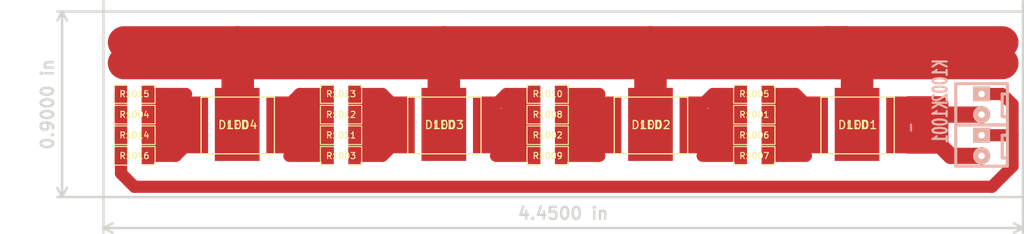
<source format=kicad_pcb>
(kicad_pcb (version 3) (host pcbnew "(2013-05-31 BZR 4019)-stable")

  (general
    (links 39)
    (no_connects 1)
    (area 184.469613 117.979744 239.329387 142.7353)
    (thickness 1.6)
    (drawings 2)
    (tracks 193)
    (zones 0)
    (modules 22)
    (nets 10)
  )

  (page A3)
  (layers
    (15 Dessus.Cu signal)
    (0 Dessous.Cu signal)
    (16 Dessous.Adhes user)
    (17 Dessus.Adhes user)
    (18 Dessous.Pate user)
    (19 Dessus.Pate user)
    (20 Dessous.SilkS user)
    (21 Dessus.SilkS user)
    (22 Dessous.Masque user)
    (23 Dessus.Masque user)
    (24 Dessin.User user)
    (25 Cmts.User user)
    (26 Eco1.User user)
    (27 Eco2.User user)
    (28 Contours.Ci user)
  )

  (setup
    (last_trace_width 4)
    (user_trace_width 1)
    (user_trace_width 1.5)
    (user_trace_width 2)
    (user_trace_width 3)
    (user_trace_width 4)
    (user_trace_width 6)
    (user_trace_width 8)
    (user_trace_width 10)
    (trace_clearance 0.254)
    (zone_clearance 0.508)
    (zone_45_only no)
    (trace_min 0.254)
    (segment_width 0.2)
    (edge_width 0.1)
    (via_size 0.889)
    (via_drill 0.635)
    (via_min_size 0.889)
    (via_min_drill 0.508)
    (uvia_size 0.508)
    (uvia_drill 0.127)
    (uvias_allowed no)
    (uvia_min_size 0.508)
    (uvia_min_drill 0.127)
    (pcb_text_width 0.3)
    (pcb_text_size 1.5 1.5)
    (mod_edge_width 0.15)
    (mod_text_size 1 1)
    (mod_text_width 0.15)
    (pad_size 5.5 9)
    (pad_drill 0)
    (pad_to_mask_clearance 0)
    (aux_axis_origin 0 0)
    (visible_elements 7FFFFFFF)
    (pcbplotparams
      (layerselection 3178497)
      (usegerberextensions true)
      (excludeedgelayer true)
      (linewidth 0.150000)
      (plotframeref false)
      (viasonmask false)
      (mode 1)
      (useauxorigin false)
      (hpglpennumber 1)
      (hpglpenspeed 20)
      (hpglpendiameter 15)
      (hpglpenoverlay 2)
      (psnegative false)
      (psa4output false)
      (plotreference true)
      (plotvalue true)
      (plotothertext true)
      (plotinvisibletext false)
      (padsonsilk false)
      (subtractmaskfromsilk false)
      (outputformat 1)
      (mirror false)
      (drillshape 1)
      (scaleselection 1)
      (outputdirectory ""))
  )

  (net 0 "")
  (net 1 GND)
  (net 2 N-000001)
  (net 3 N-000002)
  (net 4 N-000003)
  (net 5 N-000004)
  (net 6 N-000005)
  (net 7 N-000006)
  (net 8 N-000007)
  (net 9 N-000008)

  (net_class Default "Ceci est la Netclass par défaut"
    (clearance 0.254)
    (trace_width 0.254)
    (via_dia 0.889)
    (via_drill 0.635)
    (uvia_dia 0.508)
    (uvia_drill 0.127)
    (add_net "")
    (add_net GND)
    (add_net N-000001)
    (add_net N-000002)
    (add_net N-000003)
    (add_net N-000004)
    (add_net N-000005)
    (add_net N-000006)
    (add_net N-000007)
    (add_net N-000008)
  )

  (module SM1206 (layer Dessus.Cu) (tedit 51D4483D) (tstamp 51D33196)
    (at 215.9 132.08 180)
    (path /51D32E72)
    (attr smd)
    (fp_text reference R1009 (at 0 0 180) (layer Dessus.SilkS)
      (effects (font (size 0.762 0.762) (thickness 0.127)))
    )
    (fp_text value R (at 0 0 180) (layer Dessus.SilkS) hide
      (effects (font (size 0.762 0.762) (thickness 0.127)))
    )
    (fp_line (start -2.54 -1.143) (end -2.54 1.143) (layer Dessus.SilkS) (width 0.127))
    (fp_line (start -2.54 1.143) (end -0.889 1.143) (layer Dessus.SilkS) (width 0.127))
    (fp_line (start 0.889 -1.143) (end 2.54 -1.143) (layer Dessus.SilkS) (width 0.127))
    (fp_line (start 2.54 -1.143) (end 2.54 1.143) (layer Dessus.SilkS) (width 0.127))
    (fp_line (start 2.54 1.143) (end 0.889 1.143) (layer Dessus.SilkS) (width 0.127))
    (fp_line (start -0.889 -1.143) (end -2.54 -1.143) (layer Dessus.SilkS) (width 0.127))
    (pad 1 smd rect (at -1.651 0 180) (size 1.524 2.032)
      (layers Dessus.Cu Dessus.Pate Dessus.Masque)
      (net 3 N-000002)
    )
    (pad 2 smd rect (at 1.651 0 180) (size 1.524 2.032)
      (layers Dessus.Cu Dessus.Pate Dessus.Masque)
      (net 2 N-000001)
    )
    (model smd/chip_cms.wrl
      (at (xyz 0 0 0))
      (scale (xyz 0.17 0.16 0.16))
      (rotate (xyz 0 0 0))
    )
  )

  (module SM1206 (layer Dessus.Cu) (tedit 42806E24) (tstamp 51D331A2)
    (at 165.1 129.54 180)
    (path /51D32EAE)
    (attr smd)
    (fp_text reference R1014 (at 0 0 180) (layer Dessus.SilkS)
      (effects (font (size 0.762 0.762) (thickness 0.127)))
    )
    (fp_text value R (at 0 0 180) (layer Dessus.SilkS) hide
      (effects (font (size 0.762 0.762) (thickness 0.127)))
    )
    (fp_line (start -2.54 -1.143) (end -2.54 1.143) (layer Dessus.SilkS) (width 0.127))
    (fp_line (start -2.54 1.143) (end -0.889 1.143) (layer Dessus.SilkS) (width 0.127))
    (fp_line (start 0.889 -1.143) (end 2.54 -1.143) (layer Dessus.SilkS) (width 0.127))
    (fp_line (start 2.54 -1.143) (end 2.54 1.143) (layer Dessus.SilkS) (width 0.127))
    (fp_line (start 2.54 1.143) (end 0.889 1.143) (layer Dessus.SilkS) (width 0.127))
    (fp_line (start -0.889 -1.143) (end -2.54 -1.143) (layer Dessus.SilkS) (width 0.127))
    (pad 1 smd rect (at -1.651 0 180) (size 1.524 2.032)
      (layers Dessus.Cu Dessus.Pate Dessus.Masque)
      (net 6 N-000005)
    )
    (pad 2 smd rect (at 1.651 0 180) (size 1.524 2.032)
      (layers Dessus.Cu Dessus.Pate Dessus.Masque)
      (net 9 N-000008)
    )
    (model smd/chip_cms.wrl
      (at (xyz 0 0 0))
      (scale (xyz 0.17 0.16 0.16))
      (rotate (xyz 0 0 0))
    )
  )

  (module SM1206 (layer Dessus.Cu) (tedit 42806E24) (tstamp 51D331AE)
    (at 165.1 124.46 180)
    (path /51D32EA8)
    (attr smd)
    (fp_text reference R1015 (at 0 0 180) (layer Dessus.SilkS)
      (effects (font (size 0.762 0.762) (thickness 0.127)))
    )
    (fp_text value R (at 0 0 180) (layer Dessus.SilkS) hide
      (effects (font (size 0.762 0.762) (thickness 0.127)))
    )
    (fp_line (start -2.54 -1.143) (end -2.54 1.143) (layer Dessus.SilkS) (width 0.127))
    (fp_line (start -2.54 1.143) (end -0.889 1.143) (layer Dessus.SilkS) (width 0.127))
    (fp_line (start 0.889 -1.143) (end 2.54 -1.143) (layer Dessus.SilkS) (width 0.127))
    (fp_line (start 2.54 -1.143) (end 2.54 1.143) (layer Dessus.SilkS) (width 0.127))
    (fp_line (start 2.54 1.143) (end 0.889 1.143) (layer Dessus.SilkS) (width 0.127))
    (fp_line (start -0.889 -1.143) (end -2.54 -1.143) (layer Dessus.SilkS) (width 0.127))
    (pad 1 smd rect (at -1.651 0 180) (size 1.524 2.032)
      (layers Dessus.Cu Dessus.Pate Dessus.Masque)
      (net 6 N-000005)
    )
    (pad 2 smd rect (at 1.651 0 180) (size 1.524 2.032)
      (layers Dessus.Cu Dessus.Pate Dessus.Masque)
      (net 9 N-000008)
    )
    (model smd/chip_cms.wrl
      (at (xyz 0 0 0))
      (scale (xyz 0.17 0.16 0.16))
      (rotate (xyz 0 0 0))
    )
  )

  (module SM1206 (layer Dessus.Cu) (tedit 42806E24) (tstamp 51D331BA)
    (at 165.1 132.08 180)
    (path /51D32EA2)
    (attr smd)
    (fp_text reference R1016 (at 0 0 180) (layer Dessus.SilkS)
      (effects (font (size 0.762 0.762) (thickness 0.127)))
    )
    (fp_text value R (at 0 0 180) (layer Dessus.SilkS) hide
      (effects (font (size 0.762 0.762) (thickness 0.127)))
    )
    (fp_line (start -2.54 -1.143) (end -2.54 1.143) (layer Dessus.SilkS) (width 0.127))
    (fp_line (start -2.54 1.143) (end -0.889 1.143) (layer Dessus.SilkS) (width 0.127))
    (fp_line (start 0.889 -1.143) (end 2.54 -1.143) (layer Dessus.SilkS) (width 0.127))
    (fp_line (start 2.54 -1.143) (end 2.54 1.143) (layer Dessus.SilkS) (width 0.127))
    (fp_line (start 2.54 1.143) (end 0.889 1.143) (layer Dessus.SilkS) (width 0.127))
    (fp_line (start -0.889 -1.143) (end -2.54 -1.143) (layer Dessus.SilkS) (width 0.127))
    (pad 1 smd rect (at -1.651 0 180) (size 1.524 2.032)
      (layers Dessus.Cu Dessus.Pate Dessus.Masque)
      (net 6 N-000005)
    )
    (pad 2 smd rect (at 1.651 0 180) (size 1.524 2.032)
      (layers Dessus.Cu Dessus.Pate Dessus.Masque)
      (net 9 N-000008)
    )
    (model smd/chip_cms.wrl
      (at (xyz 0 0 0))
      (scale (xyz 0.17 0.16 0.16))
      (rotate (xyz 0 0 0))
    )
  )

  (module SM1206 (layer Dessus.Cu) (tedit 42806E24) (tstamp 51D331C6)
    (at 190.5 129.54 180)
    (path /51D32E9C)
    (attr smd)
    (fp_text reference R1011 (at 0 0 180) (layer Dessus.SilkS)
      (effects (font (size 0.762 0.762) (thickness 0.127)))
    )
    (fp_text value R (at 0 0 180) (layer Dessus.SilkS) hide
      (effects (font (size 0.762 0.762) (thickness 0.127)))
    )
    (fp_line (start -2.54 -1.143) (end -2.54 1.143) (layer Dessus.SilkS) (width 0.127))
    (fp_line (start -2.54 1.143) (end -0.889 1.143) (layer Dessus.SilkS) (width 0.127))
    (fp_line (start 0.889 -1.143) (end 2.54 -1.143) (layer Dessus.SilkS) (width 0.127))
    (fp_line (start 2.54 -1.143) (end 2.54 1.143) (layer Dessus.SilkS) (width 0.127))
    (fp_line (start 2.54 1.143) (end 0.889 1.143) (layer Dessus.SilkS) (width 0.127))
    (fp_line (start -0.889 -1.143) (end -2.54 -1.143) (layer Dessus.SilkS) (width 0.127))
    (pad 1 smd rect (at -1.651 0 180) (size 1.524 2.032)
      (layers Dessus.Cu Dessus.Pate Dessus.Masque)
      (net 8 N-000007)
    )
    (pad 2 smd rect (at 1.651 0 180) (size 1.524 2.032)
      (layers Dessus.Cu Dessus.Pate Dessus.Masque)
      (net 7 N-000006)
    )
    (model smd/chip_cms.wrl
      (at (xyz 0 0 0))
      (scale (xyz 0.17 0.16 0.16))
      (rotate (xyz 0 0 0))
    )
  )

  (module SM1206 (layer Dessus.Cu) (tedit 42806E24) (tstamp 51D331D2)
    (at 241.3 124.46 180)
    (path /51D32E96)
    (attr smd)
    (fp_text reference R1005 (at 0 0 180) (layer Dessus.SilkS)
      (effects (font (size 0.762 0.762) (thickness 0.127)))
    )
    (fp_text value R (at 0 0 180) (layer Dessus.SilkS) hide
      (effects (font (size 0.762 0.762) (thickness 0.127)))
    )
    (fp_line (start -2.54 -1.143) (end -2.54 1.143) (layer Dessus.SilkS) (width 0.127))
    (fp_line (start -2.54 1.143) (end -0.889 1.143) (layer Dessus.SilkS) (width 0.127))
    (fp_line (start 0.889 -1.143) (end 2.54 -1.143) (layer Dessus.SilkS) (width 0.127))
    (fp_line (start 2.54 -1.143) (end 2.54 1.143) (layer Dessus.SilkS) (width 0.127))
    (fp_line (start 2.54 1.143) (end 0.889 1.143) (layer Dessus.SilkS) (width 0.127))
    (fp_line (start -0.889 -1.143) (end -2.54 -1.143) (layer Dessus.SilkS) (width 0.127))
    (pad 1 smd rect (at -1.651 0 180) (size 1.524 2.032)
      (layers Dessus.Cu Dessus.Pate Dessus.Masque)
      (net 4 N-000003)
    )
    (pad 2 smd rect (at 1.651 0 180) (size 1.524 2.032)
      (layers Dessus.Cu Dessus.Pate Dessus.Masque)
      (net 5 N-000004)
    )
    (model smd/chip_cms.wrl
      (at (xyz 0 0 0))
      (scale (xyz 0.17 0.16 0.16))
      (rotate (xyz 0 0 0))
    )
  )

  (module SM1206 (layer Dessus.Cu) (tedit 42806E24) (tstamp 51D331DE)
    (at 241.3 129.54 180)
    (path /51D32E90)
    (attr smd)
    (fp_text reference R1006 (at 0 0 180) (layer Dessus.SilkS)
      (effects (font (size 0.762 0.762) (thickness 0.127)))
    )
    (fp_text value R (at 0 0 180) (layer Dessus.SilkS) hide
      (effects (font (size 0.762 0.762) (thickness 0.127)))
    )
    (fp_line (start -2.54 -1.143) (end -2.54 1.143) (layer Dessus.SilkS) (width 0.127))
    (fp_line (start -2.54 1.143) (end -0.889 1.143) (layer Dessus.SilkS) (width 0.127))
    (fp_line (start 0.889 -1.143) (end 2.54 -1.143) (layer Dessus.SilkS) (width 0.127))
    (fp_line (start 2.54 -1.143) (end 2.54 1.143) (layer Dessus.SilkS) (width 0.127))
    (fp_line (start 2.54 1.143) (end 0.889 1.143) (layer Dessus.SilkS) (width 0.127))
    (fp_line (start -0.889 -1.143) (end -2.54 -1.143) (layer Dessus.SilkS) (width 0.127))
    (pad 1 smd rect (at -1.651 0 180) (size 1.524 2.032)
      (layers Dessus.Cu Dessus.Pate Dessus.Masque)
      (net 4 N-000003)
    )
    (pad 2 smd rect (at 1.651 0 180) (size 1.524 2.032)
      (layers Dessus.Cu Dessus.Pate Dessus.Masque)
      (net 5 N-000004)
    )
    (model smd/chip_cms.wrl
      (at (xyz 0 0 0))
      (scale (xyz 0.17 0.16 0.16))
      (rotate (xyz 0 0 0))
    )
  )

  (module SM1206 (layer Dessus.Cu) (tedit 42806E24) (tstamp 51D331EA)
    (at 241.3 132.08 180)
    (path /51D32E8A)
    (attr smd)
    (fp_text reference R1007 (at 0 0 180) (layer Dessus.SilkS)
      (effects (font (size 0.762 0.762) (thickness 0.127)))
    )
    (fp_text value R (at 0 0 180) (layer Dessus.SilkS) hide
      (effects (font (size 0.762 0.762) (thickness 0.127)))
    )
    (fp_line (start -2.54 -1.143) (end -2.54 1.143) (layer Dessus.SilkS) (width 0.127))
    (fp_line (start -2.54 1.143) (end -0.889 1.143) (layer Dessus.SilkS) (width 0.127))
    (fp_line (start 0.889 -1.143) (end 2.54 -1.143) (layer Dessus.SilkS) (width 0.127))
    (fp_line (start 2.54 -1.143) (end 2.54 1.143) (layer Dessus.SilkS) (width 0.127))
    (fp_line (start 2.54 1.143) (end 0.889 1.143) (layer Dessus.SilkS) (width 0.127))
    (fp_line (start -0.889 -1.143) (end -2.54 -1.143) (layer Dessus.SilkS) (width 0.127))
    (pad 1 smd rect (at -1.651 0 180) (size 1.524 2.032)
      (layers Dessus.Cu Dessus.Pate Dessus.Masque)
      (net 4 N-000003)
    )
    (pad 2 smd rect (at 1.651 0 180) (size 1.524 2.032)
      (layers Dessus.Cu Dessus.Pate Dessus.Masque)
      (net 5 N-000004)
    )
    (model smd/chip_cms.wrl
      (at (xyz 0 0 0))
      (scale (xyz 0.17 0.16 0.16))
      (rotate (xyz 0 0 0))
    )
  )

  (module SM1206 (layer Dessus.Cu) (tedit 42806E24) (tstamp 51D331F6)
    (at 190.5 127 180)
    (path /51D32E84)
    (attr smd)
    (fp_text reference R1012 (at 0 0 180) (layer Dessus.SilkS)
      (effects (font (size 0.762 0.762) (thickness 0.127)))
    )
    (fp_text value R (at 0 0 180) (layer Dessus.SilkS) hide
      (effects (font (size 0.762 0.762) (thickness 0.127)))
    )
    (fp_line (start -2.54 -1.143) (end -2.54 1.143) (layer Dessus.SilkS) (width 0.127))
    (fp_line (start -2.54 1.143) (end -0.889 1.143) (layer Dessus.SilkS) (width 0.127))
    (fp_line (start 0.889 -1.143) (end 2.54 -1.143) (layer Dessus.SilkS) (width 0.127))
    (fp_line (start 2.54 -1.143) (end 2.54 1.143) (layer Dessus.SilkS) (width 0.127))
    (fp_line (start 2.54 1.143) (end 0.889 1.143) (layer Dessus.SilkS) (width 0.127))
    (fp_line (start -0.889 -1.143) (end -2.54 -1.143) (layer Dessus.SilkS) (width 0.127))
    (pad 1 smd rect (at -1.651 0 180) (size 1.524 2.032)
      (layers Dessus.Cu Dessus.Pate Dessus.Masque)
      (net 8 N-000007)
    )
    (pad 2 smd rect (at 1.651 0 180) (size 1.524 2.032)
      (layers Dessus.Cu Dessus.Pate Dessus.Masque)
      (net 7 N-000006)
    )
    (model smd/chip_cms.wrl
      (at (xyz 0 0 0))
      (scale (xyz 0.17 0.16 0.16))
      (rotate (xyz 0 0 0))
    )
  )

  (module SM1206 (layer Dessus.Cu) (tedit 42806E24) (tstamp 51D33202)
    (at 190.5 124.46 180)
    (path /51D32E7E)
    (attr smd)
    (fp_text reference R1013 (at 0 0 180) (layer Dessus.SilkS)
      (effects (font (size 0.762 0.762) (thickness 0.127)))
    )
    (fp_text value R (at 0 0 180) (layer Dessus.SilkS) hide
      (effects (font (size 0.762 0.762) (thickness 0.127)))
    )
    (fp_line (start -2.54 -1.143) (end -2.54 1.143) (layer Dessus.SilkS) (width 0.127))
    (fp_line (start -2.54 1.143) (end -0.889 1.143) (layer Dessus.SilkS) (width 0.127))
    (fp_line (start 0.889 -1.143) (end 2.54 -1.143) (layer Dessus.SilkS) (width 0.127))
    (fp_line (start 2.54 -1.143) (end 2.54 1.143) (layer Dessus.SilkS) (width 0.127))
    (fp_line (start 2.54 1.143) (end 0.889 1.143) (layer Dessus.SilkS) (width 0.127))
    (fp_line (start -0.889 -1.143) (end -2.54 -1.143) (layer Dessus.SilkS) (width 0.127))
    (pad 1 smd rect (at -1.651 0 180) (size 1.524 2.032)
      (layers Dessus.Cu Dessus.Pate Dessus.Masque)
      (net 8 N-000007)
    )
    (pad 2 smd rect (at 1.651 0 180) (size 1.524 2.032)
      (layers Dessus.Cu Dessus.Pate Dessus.Masque)
      (net 7 N-000006)
    )
    (model smd/chip_cms.wrl
      (at (xyz 0 0 0))
      (scale (xyz 0.17 0.16 0.16))
      (rotate (xyz 0 0 0))
    )
  )

  (module SM1206 (layer Dessus.Cu) (tedit 42806E24) (tstamp 51D3320E)
    (at 215.9 127 180)
    (path /51D32E78)
    (attr smd)
    (fp_text reference R1008 (at 0 0 180) (layer Dessus.SilkS)
      (effects (font (size 0.762 0.762) (thickness 0.127)))
    )
    (fp_text value R (at 0 0 180) (layer Dessus.SilkS) hide
      (effects (font (size 0.762 0.762) (thickness 0.127)))
    )
    (fp_line (start -2.54 -1.143) (end -2.54 1.143) (layer Dessus.SilkS) (width 0.127))
    (fp_line (start -2.54 1.143) (end -0.889 1.143) (layer Dessus.SilkS) (width 0.127))
    (fp_line (start 0.889 -1.143) (end 2.54 -1.143) (layer Dessus.SilkS) (width 0.127))
    (fp_line (start 2.54 -1.143) (end 2.54 1.143) (layer Dessus.SilkS) (width 0.127))
    (fp_line (start 2.54 1.143) (end 0.889 1.143) (layer Dessus.SilkS) (width 0.127))
    (fp_line (start -0.889 -1.143) (end -2.54 -1.143) (layer Dessus.SilkS) (width 0.127))
    (pad 1 smd rect (at -1.651 0 180) (size 1.524 2.032)
      (layers Dessus.Cu Dessus.Pate Dessus.Masque)
      (net 3 N-000002)
    )
    (pad 2 smd rect (at 1.651 0 180) (size 1.524 2.032)
      (layers Dessus.Cu Dessus.Pate Dessus.Masque)
      (net 2 N-000001)
    )
    (model smd/chip_cms.wrl
      (at (xyz 0 0 0))
      (scale (xyz 0.17 0.16 0.16))
      (rotate (xyz 0 0 0))
    )
  )

  (module SM1206 (layer Dessus.Cu) (tedit 42806E24) (tstamp 51D3321A)
    (at 215.9 124.46 180)
    (path /51D32E65)
    (attr smd)
    (fp_text reference R1010 (at 0 0 180) (layer Dessus.SilkS)
      (effects (font (size 0.762 0.762) (thickness 0.127)))
    )
    (fp_text value R (at 0 0 180) (layer Dessus.SilkS) hide
      (effects (font (size 0.762 0.762) (thickness 0.127)))
    )
    (fp_line (start -2.54 -1.143) (end -2.54 1.143) (layer Dessus.SilkS) (width 0.127))
    (fp_line (start -2.54 1.143) (end -0.889 1.143) (layer Dessus.SilkS) (width 0.127))
    (fp_line (start 0.889 -1.143) (end 2.54 -1.143) (layer Dessus.SilkS) (width 0.127))
    (fp_line (start 2.54 -1.143) (end 2.54 1.143) (layer Dessus.SilkS) (width 0.127))
    (fp_line (start 2.54 1.143) (end 0.889 1.143) (layer Dessus.SilkS) (width 0.127))
    (fp_line (start -0.889 -1.143) (end -2.54 -1.143) (layer Dessus.SilkS) (width 0.127))
    (pad 1 smd rect (at -1.651 0 180) (size 1.524 2.032)
      (layers Dessus.Cu Dessus.Pate Dessus.Masque)
      (net 3 N-000002)
    )
    (pad 2 smd rect (at 1.651 0 180) (size 1.524 2.032)
      (layers Dessus.Cu Dessus.Pate Dessus.Masque)
      (net 2 N-000001)
    )
    (model smd/chip_cms.wrl
      (at (xyz 0 0 0))
      (scale (xyz 0.17 0.16 0.16))
      (rotate (xyz 0 0 0))
    )
  )

  (module SM1206 (layer Dessus.Cu) (tedit 42806E24) (tstamp 51D33226)
    (at 165.1 127 180)
    (path /51D1D75A)
    (attr smd)
    (fp_text reference R1004 (at 0 0 180) (layer Dessus.SilkS)
      (effects (font (size 0.762 0.762) (thickness 0.127)))
    )
    (fp_text value R (at 0 0 180) (layer Dessus.SilkS) hide
      (effects (font (size 0.762 0.762) (thickness 0.127)))
    )
    (fp_line (start -2.54 -1.143) (end -2.54 1.143) (layer Dessus.SilkS) (width 0.127))
    (fp_line (start -2.54 1.143) (end -0.889 1.143) (layer Dessus.SilkS) (width 0.127))
    (fp_line (start 0.889 -1.143) (end 2.54 -1.143) (layer Dessus.SilkS) (width 0.127))
    (fp_line (start 2.54 -1.143) (end 2.54 1.143) (layer Dessus.SilkS) (width 0.127))
    (fp_line (start 2.54 1.143) (end 0.889 1.143) (layer Dessus.SilkS) (width 0.127))
    (fp_line (start -0.889 -1.143) (end -2.54 -1.143) (layer Dessus.SilkS) (width 0.127))
    (pad 1 smd rect (at -1.651 0 180) (size 1.524 2.032)
      (layers Dessus.Cu Dessus.Pate Dessus.Masque)
      (net 6 N-000005)
    )
    (pad 2 smd rect (at 1.651 0 180) (size 1.524 2.032)
      (layers Dessus.Cu Dessus.Pate Dessus.Masque)
      (net 9 N-000008)
    )
    (model smd/chip_cms.wrl
      (at (xyz 0 0 0))
      (scale (xyz 0.17 0.16 0.16))
      (rotate (xyz 0 0 0))
    )
  )

  (module SM1206 (layer Dessus.Cu) (tedit 42806E24) (tstamp 51D33232)
    (at 190.5 132.08 180)
    (path /51D1D72D)
    (attr smd)
    (fp_text reference R1003 (at 0 0 180) (layer Dessus.SilkS)
      (effects (font (size 0.762 0.762) (thickness 0.127)))
    )
    (fp_text value R (at 0 0 180) (layer Dessus.SilkS) hide
      (effects (font (size 0.762 0.762) (thickness 0.127)))
    )
    (fp_line (start -2.54 -1.143) (end -2.54 1.143) (layer Dessus.SilkS) (width 0.127))
    (fp_line (start -2.54 1.143) (end -0.889 1.143) (layer Dessus.SilkS) (width 0.127))
    (fp_line (start 0.889 -1.143) (end 2.54 -1.143) (layer Dessus.SilkS) (width 0.127))
    (fp_line (start 2.54 -1.143) (end 2.54 1.143) (layer Dessus.SilkS) (width 0.127))
    (fp_line (start 2.54 1.143) (end 0.889 1.143) (layer Dessus.SilkS) (width 0.127))
    (fp_line (start -0.889 -1.143) (end -2.54 -1.143) (layer Dessus.SilkS) (width 0.127))
    (pad 1 smd rect (at -1.651 0 180) (size 1.524 2.032)
      (layers Dessus.Cu Dessus.Pate Dessus.Masque)
      (net 8 N-000007)
    )
    (pad 2 smd rect (at 1.651 0 180) (size 1.524 2.032)
      (layers Dessus.Cu Dessus.Pate Dessus.Masque)
      (net 7 N-000006)
    )
    (model smd/chip_cms.wrl
      (at (xyz 0 0 0))
      (scale (xyz 0.17 0.16 0.16))
      (rotate (xyz 0 0 0))
    )
  )

  (module SM1206 (layer Dessus.Cu) (tedit 42806E24) (tstamp 51D3323E)
    (at 215.9 129.54 180)
    (path /51D1D71E)
    (attr smd)
    (fp_text reference R1002 (at 0 0 180) (layer Dessus.SilkS)
      (effects (font (size 0.762 0.762) (thickness 0.127)))
    )
    (fp_text value R (at 0 0 180) (layer Dessus.SilkS) hide
      (effects (font (size 0.762 0.762) (thickness 0.127)))
    )
    (fp_line (start -2.54 -1.143) (end -2.54 1.143) (layer Dessus.SilkS) (width 0.127))
    (fp_line (start -2.54 1.143) (end -0.889 1.143) (layer Dessus.SilkS) (width 0.127))
    (fp_line (start 0.889 -1.143) (end 2.54 -1.143) (layer Dessus.SilkS) (width 0.127))
    (fp_line (start 2.54 -1.143) (end 2.54 1.143) (layer Dessus.SilkS) (width 0.127))
    (fp_line (start 2.54 1.143) (end 0.889 1.143) (layer Dessus.SilkS) (width 0.127))
    (fp_line (start -0.889 -1.143) (end -2.54 -1.143) (layer Dessus.SilkS) (width 0.127))
    (pad 1 smd rect (at -1.651 0 180) (size 1.524 2.032)
      (layers Dessus.Cu Dessus.Pate Dessus.Masque)
      (net 3 N-000002)
    )
    (pad 2 smd rect (at 1.651 0 180) (size 1.524 2.032)
      (layers Dessus.Cu Dessus.Pate Dessus.Masque)
      (net 2 N-000001)
    )
    (model smd/chip_cms.wrl
      (at (xyz 0 0 0))
      (scale (xyz 0.17 0.16 0.16))
      (rotate (xyz 0 0 0))
    )
  )

  (module SM1206 (layer Dessus.Cu) (tedit 42806E24) (tstamp 51D3324A)
    (at 241.3 127 180)
    (path /51D1D70F)
    (attr smd)
    (fp_text reference R1001 (at 0 0 180) (layer Dessus.SilkS)
      (effects (font (size 0.762 0.762) (thickness 0.127)))
    )
    (fp_text value R (at 0 0 180) (layer Dessus.SilkS) hide
      (effects (font (size 0.762 0.762) (thickness 0.127)))
    )
    (fp_line (start -2.54 -1.143) (end -2.54 1.143) (layer Dessus.SilkS) (width 0.127))
    (fp_line (start -2.54 1.143) (end -0.889 1.143) (layer Dessus.SilkS) (width 0.127))
    (fp_line (start 0.889 -1.143) (end 2.54 -1.143) (layer Dessus.SilkS) (width 0.127))
    (fp_line (start 2.54 -1.143) (end 2.54 1.143) (layer Dessus.SilkS) (width 0.127))
    (fp_line (start 2.54 1.143) (end 0.889 1.143) (layer Dessus.SilkS) (width 0.127))
    (fp_line (start -0.889 -1.143) (end -2.54 -1.143) (layer Dessus.SilkS) (width 0.127))
    (pad 1 smd rect (at -1.651 0 180) (size 1.524 2.032)
      (layers Dessus.Cu Dessus.Pate Dessus.Masque)
      (net 4 N-000003)
    )
    (pad 2 smd rect (at 1.651 0 180) (size 1.524 2.032)
      (layers Dessus.Cu Dessus.Pate Dessus.Masque)
      (net 5 N-000004)
    )
    (model smd/chip_cms.wrl
      (at (xyz 0 0 0))
      (scale (xyz 0.17 0.16 0.16))
      (rotate (xyz 0 0 0))
    )
  )

  (module KK-2 (layer Dessous.Cu) (tedit 4B844130) (tstamp 51D33334)
    (at 269.24 127 90)
    (descr "Connecteur 4 pibs")
    (tags "CONN DEV")
    (path /51D1D7F0)
    (fp_text reference K1002 (at 4.191 -5.08 90) (layer Dessous.SilkS)
      (effects (font (size 1.73482 1.08712) (thickness 0.27178)) (justify mirror))
    )
    (fp_text value CONN_2 (at -5.08 5.08 90) (layer Dessous.SilkS) hide
      (effects (font (size 1.524 1.016) (thickness 0.3048)) (justify mirror))
    )
    (fp_line (start -0.254 2.54) (end -0.254 3.048) (layer Dessous.SilkS) (width 0.381))
    (fp_line (start -1.27 3.175) (end 3.81 3.175) (layer Dessous.SilkS) (width 0.381))
    (fp_line (start -1.27 3.175) (end -1.27 -3.175) (layer Dessous.SilkS) (width 0.381))
    (fp_line (start -1.27 -3.175) (end 3.175 -3.175) (layer Dessous.SilkS) (width 0.381))
    (fp_line (start 3.175 -3.175) (end 3.81 -3.175) (layer Dessous.SilkS) (width 0.381))
    (fp_line (start 2.54 2.54) (end -0.254 2.54) (layer Dessous.SilkS) (width 0.381))
    (fp_line (start 2.54 2.54) (end 2.54 3.175) (layer Dessous.SilkS) (width 0.381))
    (fp_line (start 3.81 3.175) (end 3.81 -3.175) (layer Dessous.SilkS) (width 0.381))
    (pad 1 thru_hole rect (at 2.54 0 90) (size 1.80086 2.10058) (drill 0.8001)
      (layers *.Cu *.Mask Dessous.SilkS)
      (net 9 N-000008)
    )
    (pad 2 thru_hole circle (at 0 0 90) (size 2.10058 2.10058) (drill 0.8001)
      (layers *.Cu *.Mask Dessous.SilkS)
      (net 1 GND)
    )
    (model ../../git-f4deb-cen-electronic-library/wings/KK-2.wrl
      (at (xyz 0 0 0))
      (scale (xyz 1 1 1))
      (rotate (xyz 0 0 0))
    )
  )

  (module KK-2 (layer Dessous.Cu) (tedit 4B844130) (tstamp 51D33342)
    (at 269.24 132.08 90)
    (descr "Connecteur 4 pibs")
    (tags "CONN DEV")
    (path /51D1D74B)
    (fp_text reference K1001 (at 4.191 -5.08 90) (layer Dessous.SilkS)
      (effects (font (size 1.73482 1.08712) (thickness 0.27178)) (justify mirror))
    )
    (fp_text value CONN_2 (at -5.08 5.08 90) (layer Dessous.SilkS) hide
      (effects (font (size 1.524 1.016) (thickness 0.3048)) (justify mirror))
    )
    (fp_line (start -0.254 2.54) (end -0.254 3.048) (layer Dessous.SilkS) (width 0.381))
    (fp_line (start -1.27 3.175) (end 3.81 3.175) (layer Dessous.SilkS) (width 0.381))
    (fp_line (start -1.27 3.175) (end -1.27 -3.175) (layer Dessous.SilkS) (width 0.381))
    (fp_line (start -1.27 -3.175) (end 3.175 -3.175) (layer Dessous.SilkS) (width 0.381))
    (fp_line (start 3.175 -3.175) (end 3.81 -3.175) (layer Dessous.SilkS) (width 0.381))
    (fp_line (start 2.54 2.54) (end -0.254 2.54) (layer Dessous.SilkS) (width 0.381))
    (fp_line (start 2.54 2.54) (end 2.54 3.175) (layer Dessous.SilkS) (width 0.381))
    (fp_line (start 3.81 3.175) (end 3.81 -3.175) (layer Dessous.SilkS) (width 0.381))
    (pad 1 thru_hole rect (at 2.54 0 90) (size 1.80086 2.10058) (drill 0.8001)
      (layers *.Cu *.Mask Dessous.SilkS)
      (net 9 N-000008)
    )
    (pad 2 thru_hole circle (at 0 0 90) (size 2.10058 2.10058) (drill 0.8001)
      (layers *.Cu *.Mask Dessous.SilkS)
      (net 1 GND)
    )
    (model ../../git-f4deb-cen-electronic-library/wings/KK-2.wrl
      (at (xyz 0 0 0))
      (scale (xyz 1 1 1))
      (rotate (xyz 0 0 0))
    )
  )

  (module LED-CMS-1W (layer Dessus.Cu) (tedit 51D44AAD) (tstamp 51D33326)
    (at 177.8 128.27 180)
    (path /51D1D6E2)
    (fp_text reference D1004 (at 0 0 180) (layer Dessus.SilkS)
      (effects (font (size 1 1) (thickness 0.15)))
    )
    (fp_text value LED (at 0 0 180) (layer Dessus.SilkS)
      (effects (font (size 1 1) (thickness 0.15)))
    )
    (fp_line (start -4.5085 -3.556) (end 4.5085 -3.556) (layer Dessus.SilkS) (width 0.15))
    (fp_line (start 4.5085 -3.556) (end 4.5085 3.429) (layer Dessus.SilkS) (width 0.15))
    (fp_line (start 4.5085 3.429) (end -4.5085 3.429) (layer Dessus.SilkS) (width 0.15))
    (fp_line (start -4.5085 3.429) (end -4.5085 -3.556) (layer Dessus.SilkS) (width 0.15))
    (pad 1 smd rect (at -5.0165 0 180) (size 3 7)
      (layers Dessus.Cu Dessus.Pate Dessus.Masque)
      (net 7 N-000006)
    )
    (pad 2 smd rect (at 5.1435 0 180) (size 3 7)
      (layers Dessus.Cu Dessus.Pate Dessus.Masque)
      (net 6 N-000005)
    )
    (pad 3 smd rect (at 0.0635 0.0635 180) (size 5.5 9)
      (layers Dessus.Cu Dessus.Pate Dessus.Masque)
      (net 1 GND)
    )
    (model ../../git-f4deb-cen-electronic-library/wings/LED-CMS-1W.wrl
      (at (xyz 0 0 0))
      (scale (xyz 1 1 1))
      (rotate (xyz 0 0 0))
    )
  )

  (module LED-CMS-1W (layer Dessus.Cu) (tedit 51D44A9D) (tstamp 51D332EF)
    (at 228.6 128.27 180)
    (path /51D1D6F1)
    (fp_text reference D1002 (at 0 0 180) (layer Dessus.SilkS)
      (effects (font (size 1 1) (thickness 0.15)))
    )
    (fp_text value LED (at 0 0 180) (layer Dessus.SilkS)
      (effects (font (size 1 1) (thickness 0.15)))
    )
    (fp_line (start -4.5085 -3.556) (end 4.5085 -3.556) (layer Dessus.SilkS) (width 0.15))
    (fp_line (start 4.5085 -3.556) (end 4.5085 3.429) (layer Dessus.SilkS) (width 0.15))
    (fp_line (start 4.5085 3.429) (end -4.5085 3.429) (layer Dessus.SilkS) (width 0.15))
    (fp_line (start -4.5085 3.429) (end -4.5085 -3.556) (layer Dessus.SilkS) (width 0.15))
    (pad 1 smd rect (at -5.0165 0 180) (size 3 7)
      (layers Dessus.Cu Dessus.Pate Dessus.Masque)
      (net 5 N-000004)
    )
    (pad 2 smd rect (at 5.1435 0 180) (size 3 7)
      (layers Dessus.Cu Dessus.Pate Dessus.Masque)
      (net 3 N-000002)
    )
    (pad 3 smd rect (at 0.0635 0.0635 180) (size 5.5 9)
      (layers Dessus.Cu Dessus.Pate Dessus.Masque)
      (net 1 GND)
    )
    (model ../../git-f4deb-cen-electronic-library/wings/LED-CMS-1W.wrl
      (at (xyz 0 0 0))
      (scale (xyz 1 1 1))
      (rotate (xyz 0 0 0))
    )
  )

  (module LED-CMS-1W (layer Dessus.Cu) (tedit 51D44A97) (tstamp 51D332B8)
    (at 254 128.27 180)
    (path /51D1D700)
    (fp_text reference D1001 (at 0 0 180) (layer Dessus.SilkS)
      (effects (font (size 1 1) (thickness 0.15)))
    )
    (fp_text value LED (at 0 0 180) (layer Dessus.SilkS)
      (effects (font (size 1 1) (thickness 0.15)))
    )
    (fp_line (start -4.5085 -3.556) (end 4.5085 -3.556) (layer Dessus.SilkS) (width 0.15))
    (fp_line (start 4.5085 -3.556) (end 4.5085 3.429) (layer Dessus.SilkS) (width 0.15))
    (fp_line (start 4.5085 3.429) (end -4.5085 3.429) (layer Dessus.SilkS) (width 0.15))
    (fp_line (start -4.5085 3.429) (end -4.5085 -3.556) (layer Dessus.SilkS) (width 0.15))
    (pad 1 smd rect (at -5.0165 0 180) (size 3 7)
      (layers Dessus.Cu Dessus.Pate Dessus.Masque)
      (net 1 GND)
    )
    (pad 2 smd rect (at 5.1435 0 180) (size 3 7)
      (layers Dessus.Cu Dessus.Pate Dessus.Masque)
      (net 4 N-000003)
    )
    (pad 3 smd rect (at 0.0635 0.0635 180) (size 5.5 9)
      (layers Dessus.Cu Dessus.Pate Dessus.Masque)
      (net 1 GND)
    )
    (model ../../git-f4deb-cen-electronic-library/wings/LED-CMS-1W.wrl
      (at (xyz 0 0 0))
      (scale (xyz 1 1 1))
      (rotate (xyz 0 0 0))
    )
  )

  (module LED-CMS-1W (layer Dessus.Cu) (tedit 51D44AA7) (tstamp 51D33281)
    (at 203.2 128.27 180)
    (path /51D1D6D3)
    (fp_text reference D1003 (at 0 0 180) (layer Dessus.SilkS)
      (effects (font (size 1 1) (thickness 0.15)))
    )
    (fp_text value LED (at 0 0 180) (layer Dessus.SilkS)
      (effects (font (size 1 1) (thickness 0.15)))
    )
    (fp_line (start -4.5085 -3.556) (end 4.5085 -3.556) (layer Dessus.SilkS) (width 0.15))
    (fp_line (start 4.5085 -3.556) (end 4.5085 3.429) (layer Dessus.SilkS) (width 0.15))
    (fp_line (start 4.5085 3.429) (end -4.5085 3.429) (layer Dessus.SilkS) (width 0.15))
    (fp_line (start -4.5085 3.429) (end -4.5085 -3.556) (layer Dessus.SilkS) (width 0.15))
    (pad 1 smd rect (at -5.0165 0 180) (size 3 7)
      (layers Dessus.Cu Dessus.Pate Dessus.Masque)
      (net 2 N-000001)
    )
    (pad 2 smd rect (at 5.1435 0 180) (size 3 7)
      (layers Dessus.Cu Dessus.Pate Dessus.Masque)
      (net 8 N-000007)
    )
    (pad 3 smd rect (at 0.0635 0.0635 180) (size 5.5 9)
      (layers Dessus.Cu Dessus.Pate Dessus.Masque)
      (net 1 GND)
    )
    (model ../../git-f4deb-cen-electronic-library/wings/LED-CMS-1W.wrl
      (at (xyz 0 0 0))
      (scale (xyz 1 1 1))
      (rotate (xyz 0 0 0))
    )
  )

  (dimension 22.86 (width 0.3) (layer Contours.Ci)
    (gr_text "22,860 mm" (at 154.860001 125.72999 270) (layer Contours.Ci)
      (effects (font (size 1.5 1.5) (thickness 0.3)))
    )
    (feature1 (pts (xy 274.32 137.16) (xy 153.510001 137.15999)))
    (feature2 (pts (xy 274.32 114.3) (xy 153.510001 114.29999)))
    (crossbar (pts (xy 156.210001 114.29999) (xy 156.210001 137.15999)))
    (arrow1a (pts (xy 156.210001 137.15999) (xy 155.623581 136.033487)))
    (arrow1b (pts (xy 156.210001 137.15999) (xy 156.796421 136.033487)))
    (arrow2a (pts (xy 156.210001 114.29999) (xy 155.623581 115.426493)))
    (arrow2b (pts (xy 156.210001 114.29999) (xy 156.796421 115.426493)))
  )
  (dimension 113.03 (width 0.3) (layer Contours.Ci)
    (gr_text "113,030 mm" (at 217.804999 142.319999) (layer Contours.Ci)
      (effects (font (size 1.5 1.5) (thickness 0.3)))
    )
    (feature1 (pts (xy 274.32 113.03) (xy 274.319999 143.669999)))
    (feature2 (pts (xy 161.29 113.03) (xy 161.289999 143.669999)))
    (crossbar (pts (xy 161.289999 140.969999) (xy 274.319999 140.969999)))
    (arrow1a (pts (xy 274.319999 140.969999) (xy 273.193496 141.556419)))
    (arrow1b (pts (xy 274.319999 140.969999) (xy 273.193496 140.383579)))
    (arrow2a (pts (xy 161.289999 140.969999) (xy 162.416502 141.556419)))
    (arrow2b (pts (xy 161.289999 140.969999) (xy 162.416502 140.383579)))
  )

  (segment (start 250.19 118.11) (end 271.78 118.11) (width 4) (layer Dessus.Cu) (net 1))
  (segment (start 253.9365 120.65) (end 271.78 120.65) (width 4) (layer Dessus.Cu) (net 1))
  (segment (start 177.8 120.65) (end 163.83 120.65) (width 4) (layer Dessus.Cu) (net 1))
  (segment (start 177.8 118.11) (end 163.83 118.11) (width 4) (layer Dessus.Cu) (net 1))
  (segment (start 177.8 120.65) (end 253.9365 120.65) (width 4) (layer Dessus.Cu) (net 1))
  (segment (start 253.9365 120.65) (end 252.73 120.65) (width 4) (layer Dessus.Cu) (net 1) (tstamp 51D44CE0))
  (segment (start 252.73 120.65) (end 253.9365 119.4435) (width 4) (layer Dessus.Cu) (net 1) (tstamp 51D44CD9))
  (segment (start 228.5365 128.2065) (end 228.5365 118.11) (width 4) (layer Dessus.Cu) (net 1) (status 400000))
  (segment (start 203.1365 128.2065) (end 203.1365 118.11) (width 4) (layer Dessus.Cu) (net 1) (status 400000))
  (segment (start 177.8 118.11) (end 177.8 120.65) (width 4) (layer Dessus.Cu) (net 1))
  (segment (start 177.8 120.65) (end 177.8 128.143) (width 4) (layer Dessus.Cu) (net 1) (tstamp 51D44CD7) (status 800000))
  (segment (start 253.9365 119.4435) (end 252.603 118.11) (width 4) (layer Dessus.Cu) (net 1) (tstamp 51D44CC6))
  (segment (start 252.603 118.11) (end 250.19 118.11) (width 4) (layer Dessus.Cu) (net 1) (tstamp 51D44CC7))
  (segment (start 250.19 118.11) (end 228.5365 118.11) (width 4) (layer Dessus.Cu) (net 1) (tstamp 51D44CE4))
  (segment (start 228.5365 118.11) (end 203.1365 118.11) (width 4) (layer Dessus.Cu) (net 1) (tstamp 51D44CD3))
  (segment (start 203.1365 118.11) (end 177.8 118.11) (width 4) (layer Dessus.Cu) (net 1) (tstamp 51D44CCF))
  (segment (start 253.9365 128.2065) (end 253.9365 119.4435) (width 4) (layer Dessus.Cu) (net 1) (status 400000))
  (segment (start 177.8 128.143) (end 177.7365 128.2065) (width 4) (layer Dessus.Cu) (net 1) (tstamp 51D44CCA) (status C00000))
  (segment (start 261.62 125.73) (end 260.35 125.73) (width 2) (layer Dessus.Cu) (net 1))
  (segment (start 260.35 125.73) (end 259.0165 128.27) (width 2) (layer Dessus.Cu) (net 1) (tstamp 51D44B84))
  (segment (start 264.16 127) (end 264.16 125.73) (width 2) (layer Dessus.Cu) (net 1))
  (segment (start 264.16 125.73) (end 261.62 125.73) (width 2) (layer Dessus.Cu) (net 1) (tstamp 51D44B79))
  (segment (start 262.89 130.81) (end 262.89 127) (width 2) (layer Dessus.Cu) (net 1))
  (segment (start 261.62 130.81) (end 261.62 128.27) (width 2) (layer Dessus.Cu) (net 1))
  (segment (start 264.16 130.81) (end 262.89 130.81) (width 2) (layer Dessus.Cu) (net 1))
  (segment (start 262.89 130.81) (end 261.62 130.81) (width 2) (layer Dessus.Cu) (net 1) (tstamp 51D44B73))
  (segment (start 261.62 130.81) (end 260.35 130.81) (width 2) (layer Dessus.Cu) (net 1) (tstamp 51D44B6F))
  (segment (start 260.35 130.81) (end 259.0165 128.27) (width 2) (layer Dessus.Cu) (net 1) (tstamp 51D44B6E))
  (segment (start 264.16 127) (end 264.16 130.81) (width 2) (layer Dessus.Cu) (net 1))
  (segment (start 265.43 132.08) (end 269.24 132.08) (width 2) (layer Dessus.Cu) (net 1) (tstamp 51D44B6A))
  (segment (start 264.16 130.81) (end 265.43 132.08) (width 2) (layer Dessus.Cu) (net 1) (tstamp 51D44B69))
  (segment (start 269.24 127) (end 264.16 127) (width 2) (layer Dessus.Cu) (net 1))
  (segment (start 264.16 127) (end 262.89 127) (width 2) (layer Dessus.Cu) (net 1) (tstamp 51D44B67))
  (segment (start 262.89 127) (end 260.2865 127) (width 2) (layer Dessus.Cu) (net 1) (tstamp 51D44B77))
  (segment (start 260.2865 127) (end 259.0165 128.27) (width 2) (layer Dessus.Cu) (net 1) (tstamp 51D44B64))
  (segment (start 214.249 125.73) (end 210.82 125.73) (width 1.5) (layer Dessus.Cu) (net 2))
  (segment (start 214.249 127) (end 209.4865 127) (width 1.5) (layer Dessus.Cu) (net 2))
  (segment (start 209.4865 127) (end 208.2165 128.27) (width 1.5) (layer Dessus.Cu) (net 2) (tstamp 51D44C00))
  (segment (start 214.249 128.27) (end 208.2165 128.27) (width 1.5) (layer Dessus.Cu) (net 2))
  (segment (start 214.249 129.54) (end 209.4865 129.54) (width 1.5) (layer Dessus.Cu) (net 2))
  (segment (start 209.4865 129.54) (end 208.2165 128.27) (width 1.5) (layer Dessus.Cu) (net 2) (tstamp 51D44BF8))
  (segment (start 214.249 130.81) (end 209.55 130.81) (width 1.5) (layer Dessus.Cu) (net 2))
  (segment (start 209.55 130.81) (end 208.2165 128.27) (width 1.5) (layer Dessus.Cu) (net 2) (tstamp 51D44BF7))
  (segment (start 214.249 132.08) (end 209.55 132.08) (width 1.5) (layer Dessus.Cu) (net 2))
  (segment (start 214.249 129.54) (end 214.249 130.81) (width 1.5) (layer Dessus.Cu) (net 2))
  (segment (start 214.249 130.81) (end 214.249 132.08) (width 1.5) (layer Dessus.Cu) (net 2) (tstamp 51D44BF4))
  (segment (start 214.249 127) (end 214.249 128.27) (width 1.5) (layer Dessus.Cu) (net 2))
  (segment (start 214.249 128.27) (end 214.249 129.54) (width 1.5) (layer Dessus.Cu) (net 2) (tstamp 51D44BFC))
  (segment (start 214.249 124.46) (end 214.249 125.73) (width 1.5) (layer Dessus.Cu) (net 2))
  (segment (start 214.249 125.73) (end 214.249 127) (width 1.5) (layer Dessus.Cu) (net 2) (tstamp 51D44C04))
  (segment (start 214.249 124.46) (end 210.82 124.46) (width 1.5) (layer Dessus.Cu) (net 2))
  (segment (start 209.55 125.73) (end 208.2165 128.27) (width 1.5) (layer Dessus.Cu) (net 2) (tstamp 51D44BEB))
  (segment (start 210.82 124.46) (end 209.55 125.73) (width 1.5) (layer Dessus.Cu) (net 2) (tstamp 51D44BE9))
  (segment (start 217.551 125.73) (end 222.25 125.73) (width 1.5) (layer Dessus.Cu) (net 3))
  (segment (start 222.25 125.73) (end 223.4565 128.27) (width 1.5) (layer Dessus.Cu) (net 3) (tstamp 51D44BE8))
  (segment (start 220.98 127) (end 222.1865 127) (width 1.5) (layer Dessus.Cu) (net 3))
  (segment (start 222.1865 127) (end 223.4565 128.27) (width 1.5) (layer Dessus.Cu) (net 3) (tstamp 51D44BE1))
  (segment (start 217.551 127) (end 220.98 127) (width 1.5) (layer Dessus.Cu) (net 3))
  (segment (start 217.551 128.27) (end 222.25 128.27) (width 1.5) (layer Dessus.Cu) (net 3))
  (segment (start 222.25 128.27) (end 223.4565 128.27) (width 1.5) (layer Dessus.Cu) (net 3) (tstamp 51D44BDE))
  (segment (start 217.551 129.54) (end 222.1865 129.54) (width 1.5) (layer Dessus.Cu) (net 3))
  (segment (start 222.1865 129.54) (end 223.4565 128.27) (width 1.5) (layer Dessus.Cu) (net 3) (tstamp 51D44BD8))
  (segment (start 217.551 130.81) (end 220.9165 130.81) (width 1.5) (layer Dessus.Cu) (net 3))
  (segment (start 222.25 130.81) (end 223.4565 128.27) (width 1.5) (layer Dessus.Cu) (net 3) (tstamp 51D44BD7))
  (segment (start 220.9165 130.81) (end 222.25 130.81) (width 1.5) (layer Dessus.Cu) (net 3) (tstamp 51D44BD5))
  (segment (start 217.551 132.08) (end 222.25 132.08) (width 1.5) (layer Dessus.Cu) (net 3))
  (segment (start 217.551 129.54) (end 217.551 130.81) (width 1.5) (layer Dessus.Cu) (net 3))
  (segment (start 217.551 130.81) (end 217.551 132.08) (width 1.5) (layer Dessus.Cu) (net 3) (tstamp 51D44BD3))
  (segment (start 217.551 127) (end 217.551 128.27) (width 1.5) (layer Dessus.Cu) (net 3))
  (segment (start 217.551 128.27) (end 217.551 129.54) (width 1.5) (layer Dessus.Cu) (net 3) (tstamp 51D44BDB))
  (segment (start 217.551 124.46) (end 217.551 125.73) (width 1.5) (layer Dessus.Cu) (net 3))
  (segment (start 217.551 125.73) (end 217.551 127) (width 1.5) (layer Dessus.Cu) (net 3) (tstamp 51D44BE5))
  (segment (start 217.551 124.46) (end 222.25 124.46) (width 1.5) (layer Dessus.Cu) (net 3))
  (segment (start 242.951 132.08) (end 245.0465 132.08) (width 1.5) (layer Dessus.Cu) (net 4))
  (segment (start 245.0465 132.08) (end 247.65 132.08) (width 1.5) (layer Dessus.Cu) (net 4) (tstamp 51D44BAB))
  (segment (start 242.951 130.81) (end 247.65 130.81) (width 1.5) (layer Dessus.Cu) (net 4))
  (segment (start 247.65 130.81) (end 248.8565 128.27) (width 1.5) (layer Dessus.Cu) (net 4) (tstamp 51D44BAA))
  (segment (start 242.951 129.54) (end 247.65 129.54) (width 1.5) (layer Dessus.Cu) (net 4))
  (segment (start 247.65 129.54) (end 248.8565 128.27) (width 1.5) (layer Dessus.Cu) (net 4) (tstamp 51D44BA6))
  (segment (start 242.951 128.27) (end 247.65 128.27) (width 1.5) (layer Dessus.Cu) (net 4))
  (segment (start 247.65 128.27) (end 248.8565 128.27) (width 1.5) (layer Dessus.Cu) (net 4) (tstamp 51D44BA1))
  (segment (start 242.951 127) (end 248.25325 127) (width 1.5) (layer Dessus.Cu) (net 4))
  (segment (start 248.25325 127) (end 248.8565 128.27) (width 1.5) (layer Dessus.Cu) (net 4) (tstamp 51D44B9D))
  (segment (start 242.951 125.73) (end 247.65 125.73) (width 1.5) (layer Dessus.Cu) (net 4))
  (segment (start 247.65 125.73) (end 248.8565 128.27) (width 1.5) (layer Dessus.Cu) (net 4) (tstamp 51D44B9B))
  (segment (start 242.951 124.46) (end 246.38 124.46) (width 1.5) (layer Dessus.Cu) (net 4))
  (segment (start 246.38 124.46) (end 247.65 125.73) (width 1.5) (layer Dessus.Cu) (net 4) (tstamp 51D44B95))
  (segment (start 247.65 125.73) (end 248.8565 128.27) (width 1.5) (layer Dessus.Cu) (net 4) (tstamp 51D44B97))
  (segment (start 242.951 129.54) (end 242.951 130.81) (width 1.5) (layer Dessus.Cu) (net 4))
  (segment (start 242.951 130.81) (end 242.951 132.08) (width 1.5) (layer Dessus.Cu) (net 4) (tstamp 51D44BA7))
  (segment (start 242.951 127) (end 242.951 128.27) (width 1.5) (layer Dessus.Cu) (net 4))
  (segment (start 242.951 128.27) (end 242.951 129.54) (width 1.5) (layer Dessus.Cu) (net 4) (tstamp 51D44B9E))
  (segment (start 242.951 124.46) (end 242.951 125.73) (width 1.5) (layer Dessus.Cu) (net 4))
  (segment (start 242.951 125.73) (end 242.951 127) (width 1.5) (layer Dessus.Cu) (net 4) (tstamp 51D44B98))
  (segment (start 238.76 130.81) (end 234.95 130.81) (width 1.5) (layer Dessus.Cu) (net 5))
  (segment (start 239.649 130.81) (end 238.76 130.81) (width 1.5) (layer Dessus.Cu) (net 5))
  (segment (start 234.95 130.81) (end 233.6165 128.27) (width 1.5) (layer Dessus.Cu) (net 5) (tstamp 51D44BC6))
  (segment (start 239.649 129.54) (end 234.95 129.54) (width 1.5) (layer Dessus.Cu) (net 5))
  (segment (start 234.95 129.54) (end 233.6165 128.27) (width 1.5) (layer Dessus.Cu) (net 5) (tstamp 51D44BC0))
  (segment (start 239.649 128.27) (end 234.95 128.27) (width 1.5) (layer Dessus.Cu) (net 5))
  (segment (start 234.95 128.27) (end 233.6165 128.27) (width 1.5) (layer Dessus.Cu) (net 5) (tstamp 51D44BBE))
  (segment (start 236.22 127) (end 234.28325 127) (width 1.5) (layer Dessus.Cu) (net 5))
  (segment (start 234.28325 127) (end 233.6165 128.27) (width 1.5) (layer Dessus.Cu) (net 5) (tstamp 51D44BBA))
  (segment (start 239.649 127) (end 236.22 127) (width 1.5) (layer Dessus.Cu) (net 5))
  (segment (start 239.649 125.73) (end 236.22 125.73) (width 1.5) (layer Dessus.Cu) (net 5))
  (segment (start 239.649 124.46) (end 236.22 124.46) (width 1.5) (layer Dessus.Cu) (net 5))
  (segment (start 234.95 125.73) (end 233.6165 128.27) (width 1.5) (layer Dessus.Cu) (net 5) (tstamp 51D44BB2))
  (segment (start 236.22 124.46) (end 234.95 125.73) (width 1.5) (layer Dessus.Cu) (net 5) (tstamp 51D44BB0))
  (segment (start 239.649 132.08) (end 234.95 132.08) (width 1.5) (layer Dessus.Cu) (net 5))
  (segment (start 239.649 127) (end 239.649 125.73) (width 1.5) (layer Dessus.Cu) (net 5))
  (segment (start 239.649 125.73) (end 239.649 124.46) (width 1.5) (layer Dessus.Cu) (net 5) (tstamp 51D44BB3))
  (segment (start 239.649 129.54) (end 239.649 128.27) (width 1.5) (layer Dessus.Cu) (net 5))
  (segment (start 239.649 128.27) (end 239.649 127) (width 1.5) (layer Dessus.Cu) (net 5) (tstamp 51D44BBB))
  (segment (start 239.649 132.08) (end 239.649 130.81) (width 1.5) (layer Dessus.Cu) (net 5))
  (segment (start 239.649 130.81) (end 239.649 129.54) (width 1.5) (layer Dessus.Cu) (net 5) (tstamp 51D44BC1))
  (segment (start 166.751 130.81) (end 171.45 130.81) (width 1.5) (layer Dessus.Cu) (net 6))
  (segment (start 171.45 130.81) (end 172.6565 128.27) (width 1.5) (layer Dessus.Cu) (net 6) (tstamp 51D44C6D))
  (segment (start 166.751 129.54) (end 171.3865 129.54) (width 1.5) (layer Dessus.Cu) (net 6))
  (segment (start 171.3865 129.54) (end 172.6565 128.27) (width 1.5) (layer Dessus.Cu) (net 6) (tstamp 51D44C66))
  (segment (start 166.751 128.27) (end 172.6565 128.27) (width 1.5) (layer Dessus.Cu) (net 6))
  (segment (start 166.751 127) (end 172.05325 127) (width 1.5) (layer Dessus.Cu) (net 6))
  (segment (start 172.05325 127) (end 172.6565 128.27) (width 1.5) (layer Dessus.Cu) (net 6) (tstamp 51D44C60))
  (segment (start 166.751 125.73) (end 171.45 125.73) (width 1.5) (layer Dessus.Cu) (net 6))
  (segment (start 171.45 125.73) (end 172.6565 128.27) (width 1.5) (layer Dessus.Cu) (net 6) (tstamp 51D44C5E))
  (segment (start 166.751 132.08) (end 170.18 132.08) (width 1.5) (layer Dessus.Cu) (net 6))
  (segment (start 170.18 132.08) (end 171.45 130.81) (width 1.5) (layer Dessus.Cu) (net 6) (tstamp 51D44C57))
  (segment (start 171.45 130.81) (end 172.6565 128.27) (width 1.5) (layer Dessus.Cu) (net 6) (tstamp 51D44C59))
  (segment (start 166.751 129.54) (end 166.751 130.81) (width 1.5) (layer Dessus.Cu) (net 6))
  (segment (start 166.751 130.81) (end 166.751 132.08) (width 1.5) (layer Dessus.Cu) (net 6) (tstamp 51D44C6A))
  (segment (start 166.751 127) (end 166.751 128.27) (width 1.5) (layer Dessus.Cu) (net 6))
  (segment (start 166.751 128.27) (end 166.751 129.54) (width 1.5) (layer Dessus.Cu) (net 6) (tstamp 51D44C62))
  (segment (start 166.751 127) (end 166.751 125.73) (width 1.5) (layer Dessus.Cu) (net 6))
  (segment (start 166.751 125.73) (end 166.751 124.46) (width 1.5) (layer Dessus.Cu) (net 6) (tstamp 51D44C5B))
  (segment (start 172.6565 128.27) (end 172.6565 126.9365) (width 1.5) (layer Dessus.Cu) (net 6))
  (segment (start 172.6565 126.9365) (end 171.45 125.73) (width 1.5) (layer Dessus.Cu) (net 6) (tstamp 51D44C4F))
  (segment (start 171.45 125.73) (end 172.6565 128.27) (width 1.5) (layer Dessus.Cu) (net 6) (tstamp 51D44C50))
  (segment (start 166.751 124.46) (end 168.8465 124.46) (width 1.5) (layer Dessus.Cu) (net 6))
  (segment (start 168.8465 124.46) (end 172.6565 128.27) (width 1.5) (layer Dessus.Cu) (net 6) (tstamp 51D44C4C))
  (segment (start 166.751 124.46) (end 171.45 124.46) (width 1.5) (layer Dessus.Cu) (net 6))
  (segment (start 187.96 130.81) (end 184.15 130.81) (width 1.5) (layer Dessus.Cu) (net 7))
  (segment (start 184.15 130.81) (end 182.8165 128.27) (width 1.5) (layer Dessus.Cu) (net 7) (tstamp 51D44C49))
  (segment (start 188.849 132.08) (end 184.15 132.08) (width 1.5) (layer Dessus.Cu) (net 7))
  (segment (start 188.849 130.81) (end 187.96 130.81) (width 1.5) (layer Dessus.Cu) (net 7))
  (segment (start 188.849 129.54) (end 184.0865 129.54) (width 1.5) (layer Dessus.Cu) (net 7))
  (segment (start 184.0865 129.54) (end 182.8165 128.27) (width 1.5) (layer Dessus.Cu) (net 7) (tstamp 51D44C3C))
  (segment (start 188.849 128.27) (end 184.15 128.27) (width 1.5) (layer Dessus.Cu) (net 7))
  (segment (start 184.15 128.27) (end 182.8165 128.27) (width 1.5) (layer Dessus.Cu) (net 7) (tstamp 51D44C3B))
  (segment (start 188.849 127) (end 184.0865 127) (width 1.5) (layer Dessus.Cu) (net 7))
  (segment (start 184.0865 127) (end 182.8165 128.27) (width 1.5) (layer Dessus.Cu) (net 7) (tstamp 51D44C35))
  (segment (start 188.849 125.73) (end 185.3565 125.73) (width 1.5) (layer Dessus.Cu) (net 7))
  (segment (start 185.3565 125.73) (end 182.8165 128.27) (width 1.5) (layer Dessus.Cu) (net 7) (tstamp 51D44C32))
  (segment (start 188.849 124.46) (end 185.42 124.46) (width 1.5) (layer Dessus.Cu) (net 7))
  (segment (start 185.42 124.46) (end 184.15 125.73) (width 1.5) (layer Dessus.Cu) (net 7) (tstamp 51D44C2D))
  (segment (start 184.15 125.73) (end 182.8165 128.27) (width 1.5) (layer Dessus.Cu) (net 7) (tstamp 51D44C2F))
  (segment (start 188.849 129.54) (end 188.849 130.81) (width 1.5) (layer Dessus.Cu) (net 7))
  (segment (start 188.849 130.81) (end 188.849 132.08) (width 1.5) (layer Dessus.Cu) (net 7) (tstamp 51D44C3F))
  (segment (start 188.849 127) (end 188.849 128.27) (width 1.5) (layer Dessus.Cu) (net 7))
  (segment (start 188.849 128.27) (end 188.849 129.54) (width 1.5) (layer Dessus.Cu) (net 7) (tstamp 51D44C38))
  (segment (start 188.849 124.46) (end 188.849 125.73) (width 1.5) (layer Dessus.Cu) (net 7))
  (segment (start 188.849 125.73) (end 188.849 127) (width 1.5) (layer Dessus.Cu) (net 7) (tstamp 51D44C30))
  (segment (start 192.151 132.08) (end 195.58 132.08) (width 1.5) (layer Dessus.Cu) (net 8))
  (segment (start 196.85 130.81) (end 198.0565 128.27) (width 1.5) (layer Dessus.Cu) (net 8) (tstamp 51D44C2C))
  (segment (start 195.58 132.08) (end 196.85 130.81) (width 1.5) (layer Dessus.Cu) (net 8) (tstamp 51D44C2A))
  (segment (start 192.151 130.81) (end 195.5165 130.81) (width 1.5) (layer Dessus.Cu) (net 8))
  (segment (start 195.5165 130.81) (end 198.0565 128.27) (width 1.5) (layer Dessus.Cu) (net 8) (tstamp 51D44C27))
  (segment (start 192.151 129.54) (end 196.7865 129.54) (width 1.5) (layer Dessus.Cu) (net 8))
  (segment (start 196.7865 129.54) (end 198.0565 128.27) (width 1.5) (layer Dessus.Cu) (net 8) (tstamp 51D44C22))
  (segment (start 192.151 128.27) (end 198.0565 128.27) (width 1.5) (layer Dessus.Cu) (net 8))
  (segment (start 192.151 127) (end 196.7865 127) (width 1.5) (layer Dessus.Cu) (net 8))
  (segment (start 196.7865 127) (end 198.0565 128.27) (width 1.5) (layer Dessus.Cu) (net 8) (tstamp 51D44C1B))
  (segment (start 192.151 125.73) (end 196.85 125.73) (width 1.5) (layer Dessus.Cu) (net 8))
  (segment (start 196.85 125.73) (end 198.0565 128.27) (width 1.5) (layer Dessus.Cu) (net 8) (tstamp 51D44C1A))
  (segment (start 192.151 124.46) (end 195.58 124.46) (width 1.5) (layer Dessus.Cu) (net 8))
  (segment (start 195.58 124.46) (end 196.85 125.73) (width 1.5) (layer Dessus.Cu) (net 8) (tstamp 51D44C14))
  (segment (start 196.85 125.73) (end 198.0565 128.27) (width 1.5) (layer Dessus.Cu) (net 8) (tstamp 51D44C16))
  (segment (start 192.151 129.54) (end 192.151 130.81) (width 1.5) (layer Dessus.Cu) (net 8))
  (segment (start 192.151 130.81) (end 192.151 132.08) (width 1.5) (layer Dessus.Cu) (net 8) (tstamp 51D44C25))
  (segment (start 192.151 127) (end 192.151 128.27) (width 1.5) (layer Dessus.Cu) (net 8))
  (segment (start 192.151 128.27) (end 192.151 129.54) (width 1.5) (layer Dessus.Cu) (net 8) (tstamp 51D44C1E))
  (segment (start 192.151 124.46) (end 192.151 125.73) (width 1.5) (layer Dessus.Cu) (net 8))
  (segment (start 192.151 125.73) (end 192.151 127) (width 1.5) (layer Dessus.Cu) (net 8) (tstamp 51D44C17))
  (segment (start 269.24 129.54) (end 273.05 129.54) (width 1.5) (layer Dessus.Cu) (net 9))
  (segment (start 163.449 132.08) (end 163.449 134.239) (width 1.5) (layer Dessus.Cu) (net 9))
  (segment (start 271.78 124.46) (end 269.24 124.46) (width 1.5) (layer Dessus.Cu) (net 9) (tstamp 51D44C79))
  (segment (start 273.05 125.73) (end 271.78 124.46) (width 1.5) (layer Dessus.Cu) (net 9) (tstamp 51D44C78))
  (segment (start 273.05 133.35) (end 273.05 129.54) (width 1.5) (layer Dessus.Cu) (net 9) (tstamp 51D44C77))
  (segment (start 273.05 129.54) (end 273.05 125.73) (width 1.5) (layer Dessus.Cu) (net 9) (tstamp 51D44C7E))
  (segment (start 270.51 135.89) (end 273.05 133.35) (width 1.5) (layer Dessus.Cu) (net 9) (tstamp 51D44C76))
  (segment (start 165.1 135.89) (end 270.51 135.89) (width 1.5) (layer Dessus.Cu) (net 9) (tstamp 51D44C75))
  (segment (start 163.449 134.239) (end 165.1 135.89) (width 1.5) (layer Dessus.Cu) (net 9) (tstamp 51D44C74))
  (segment (start 163.449 129.54) (end 163.449 132.08) (width 1.5) (layer Dessus.Cu) (net 9))
  (segment (start 163.449 127) (end 163.449 129.54) (width 1.5) (layer Dessus.Cu) (net 9))
  (segment (start 163.449 124.46) (end 163.449 127) (width 1.5) (layer Dessus.Cu) (net 9))

)

</source>
